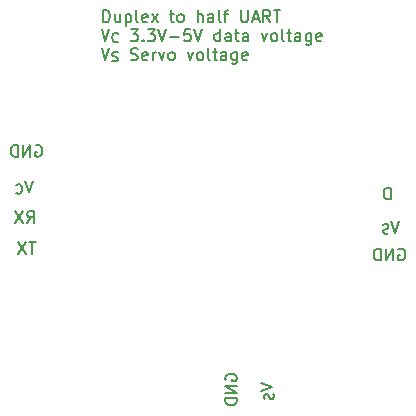
<source format=gbr>
%TF.GenerationSoftware,KiCad,Pcbnew,8.0.1*%
%TF.CreationDate,2024-11-19T12:42:29-08:00*%
%TF.ProjectId,DuplexUARTtoHalf,4475706c-6578-4554-9152-54746f48616c,rev?*%
%TF.SameCoordinates,Original*%
%TF.FileFunction,Legend,Bot*%
%TF.FilePolarity,Positive*%
%FSLAX46Y46*%
G04 Gerber Fmt 4.6, Leading zero omitted, Abs format (unit mm)*
G04 Created by KiCad (PCBNEW 8.0.1) date 2024-11-19 12:42:29*
%MOMM*%
%LPD*%
G01*
G04 APERTURE LIST*
%ADD10C,0.150000*%
G04 APERTURE END LIST*
D10*
X148536779Y-71849931D02*
X148536779Y-70849931D01*
X148536779Y-70849931D02*
X148774874Y-70849931D01*
X148774874Y-70849931D02*
X148917731Y-70897550D01*
X148917731Y-70897550D02*
X149012969Y-70992788D01*
X149012969Y-70992788D02*
X149060588Y-71088026D01*
X149060588Y-71088026D02*
X149108207Y-71278502D01*
X149108207Y-71278502D02*
X149108207Y-71421359D01*
X149108207Y-71421359D02*
X149060588Y-71611835D01*
X149060588Y-71611835D02*
X149012969Y-71707073D01*
X149012969Y-71707073D02*
X148917731Y-71802312D01*
X148917731Y-71802312D02*
X148774874Y-71849931D01*
X148774874Y-71849931D02*
X148536779Y-71849931D01*
X149965350Y-71183264D02*
X149965350Y-71849931D01*
X149536779Y-71183264D02*
X149536779Y-71707073D01*
X149536779Y-71707073D02*
X149584398Y-71802312D01*
X149584398Y-71802312D02*
X149679636Y-71849931D01*
X149679636Y-71849931D02*
X149822493Y-71849931D01*
X149822493Y-71849931D02*
X149917731Y-71802312D01*
X149917731Y-71802312D02*
X149965350Y-71754692D01*
X150441541Y-71183264D02*
X150441541Y-72183264D01*
X150441541Y-71230883D02*
X150536779Y-71183264D01*
X150536779Y-71183264D02*
X150727255Y-71183264D01*
X150727255Y-71183264D02*
X150822493Y-71230883D01*
X150822493Y-71230883D02*
X150870112Y-71278502D01*
X150870112Y-71278502D02*
X150917731Y-71373740D01*
X150917731Y-71373740D02*
X150917731Y-71659454D01*
X150917731Y-71659454D02*
X150870112Y-71754692D01*
X150870112Y-71754692D02*
X150822493Y-71802312D01*
X150822493Y-71802312D02*
X150727255Y-71849931D01*
X150727255Y-71849931D02*
X150536779Y-71849931D01*
X150536779Y-71849931D02*
X150441541Y-71802312D01*
X151489160Y-71849931D02*
X151393922Y-71802312D01*
X151393922Y-71802312D02*
X151346303Y-71707073D01*
X151346303Y-71707073D02*
X151346303Y-70849931D01*
X152251065Y-71802312D02*
X152155827Y-71849931D01*
X152155827Y-71849931D02*
X151965351Y-71849931D01*
X151965351Y-71849931D02*
X151870113Y-71802312D01*
X151870113Y-71802312D02*
X151822494Y-71707073D01*
X151822494Y-71707073D02*
X151822494Y-71326121D01*
X151822494Y-71326121D02*
X151870113Y-71230883D01*
X151870113Y-71230883D02*
X151965351Y-71183264D01*
X151965351Y-71183264D02*
X152155827Y-71183264D01*
X152155827Y-71183264D02*
X152251065Y-71230883D01*
X152251065Y-71230883D02*
X152298684Y-71326121D01*
X152298684Y-71326121D02*
X152298684Y-71421359D01*
X152298684Y-71421359D02*
X151822494Y-71516597D01*
X152632018Y-71849931D02*
X153155827Y-71183264D01*
X152632018Y-71183264D02*
X153155827Y-71849931D01*
X154155828Y-71183264D02*
X154536780Y-71183264D01*
X154298685Y-70849931D02*
X154298685Y-71707073D01*
X154298685Y-71707073D02*
X154346304Y-71802312D01*
X154346304Y-71802312D02*
X154441542Y-71849931D01*
X154441542Y-71849931D02*
X154536780Y-71849931D01*
X155012971Y-71849931D02*
X154917733Y-71802312D01*
X154917733Y-71802312D02*
X154870114Y-71754692D01*
X154870114Y-71754692D02*
X154822495Y-71659454D01*
X154822495Y-71659454D02*
X154822495Y-71373740D01*
X154822495Y-71373740D02*
X154870114Y-71278502D01*
X154870114Y-71278502D02*
X154917733Y-71230883D01*
X154917733Y-71230883D02*
X155012971Y-71183264D01*
X155012971Y-71183264D02*
X155155828Y-71183264D01*
X155155828Y-71183264D02*
X155251066Y-71230883D01*
X155251066Y-71230883D02*
X155298685Y-71278502D01*
X155298685Y-71278502D02*
X155346304Y-71373740D01*
X155346304Y-71373740D02*
X155346304Y-71659454D01*
X155346304Y-71659454D02*
X155298685Y-71754692D01*
X155298685Y-71754692D02*
X155251066Y-71802312D01*
X155251066Y-71802312D02*
X155155828Y-71849931D01*
X155155828Y-71849931D02*
X155012971Y-71849931D01*
X156536781Y-71849931D02*
X156536781Y-70849931D01*
X156965352Y-71849931D02*
X156965352Y-71326121D01*
X156965352Y-71326121D02*
X156917733Y-71230883D01*
X156917733Y-71230883D02*
X156822495Y-71183264D01*
X156822495Y-71183264D02*
X156679638Y-71183264D01*
X156679638Y-71183264D02*
X156584400Y-71230883D01*
X156584400Y-71230883D02*
X156536781Y-71278502D01*
X157870114Y-71849931D02*
X157870114Y-71326121D01*
X157870114Y-71326121D02*
X157822495Y-71230883D01*
X157822495Y-71230883D02*
X157727257Y-71183264D01*
X157727257Y-71183264D02*
X157536781Y-71183264D01*
X157536781Y-71183264D02*
X157441543Y-71230883D01*
X157870114Y-71802312D02*
X157774876Y-71849931D01*
X157774876Y-71849931D02*
X157536781Y-71849931D01*
X157536781Y-71849931D02*
X157441543Y-71802312D01*
X157441543Y-71802312D02*
X157393924Y-71707073D01*
X157393924Y-71707073D02*
X157393924Y-71611835D01*
X157393924Y-71611835D02*
X157441543Y-71516597D01*
X157441543Y-71516597D02*
X157536781Y-71468978D01*
X157536781Y-71468978D02*
X157774876Y-71468978D01*
X157774876Y-71468978D02*
X157870114Y-71421359D01*
X158489162Y-71849931D02*
X158393924Y-71802312D01*
X158393924Y-71802312D02*
X158346305Y-71707073D01*
X158346305Y-71707073D02*
X158346305Y-70849931D01*
X158727258Y-71183264D02*
X159108210Y-71183264D01*
X158870115Y-71849931D02*
X158870115Y-70992788D01*
X158870115Y-70992788D02*
X158917734Y-70897550D01*
X158917734Y-70897550D02*
X159012972Y-70849931D01*
X159012972Y-70849931D02*
X159108210Y-70849931D01*
X160203449Y-70849931D02*
X160203449Y-71659454D01*
X160203449Y-71659454D02*
X160251068Y-71754692D01*
X160251068Y-71754692D02*
X160298687Y-71802312D01*
X160298687Y-71802312D02*
X160393925Y-71849931D01*
X160393925Y-71849931D02*
X160584401Y-71849931D01*
X160584401Y-71849931D02*
X160679639Y-71802312D01*
X160679639Y-71802312D02*
X160727258Y-71754692D01*
X160727258Y-71754692D02*
X160774877Y-71659454D01*
X160774877Y-71659454D02*
X160774877Y-70849931D01*
X161203449Y-71564216D02*
X161679639Y-71564216D01*
X161108211Y-71849931D02*
X161441544Y-70849931D01*
X161441544Y-70849931D02*
X161774877Y-71849931D01*
X162679639Y-71849931D02*
X162346306Y-71373740D01*
X162108211Y-71849931D02*
X162108211Y-70849931D01*
X162108211Y-70849931D02*
X162489163Y-70849931D01*
X162489163Y-70849931D02*
X162584401Y-70897550D01*
X162584401Y-70897550D02*
X162632020Y-70945169D01*
X162632020Y-70945169D02*
X162679639Y-71040407D01*
X162679639Y-71040407D02*
X162679639Y-71183264D01*
X162679639Y-71183264D02*
X162632020Y-71278502D01*
X162632020Y-71278502D02*
X162584401Y-71326121D01*
X162584401Y-71326121D02*
X162489163Y-71373740D01*
X162489163Y-71373740D02*
X162108211Y-71373740D01*
X162965354Y-70849931D02*
X163536782Y-70849931D01*
X163251068Y-71849931D02*
X163251068Y-70849931D01*
X148393922Y-72459875D02*
X148727255Y-73459875D01*
X148727255Y-73459875D02*
X149060588Y-72459875D01*
X149803446Y-73494160D02*
X149765350Y-73532256D01*
X149765350Y-73532256D02*
X149651065Y-73570351D01*
X149651065Y-73570351D02*
X149574874Y-73570351D01*
X149574874Y-73570351D02*
X149460588Y-73532256D01*
X149460588Y-73532256D02*
X149384398Y-73456065D01*
X149384398Y-73456065D02*
X149346303Y-73379875D01*
X149346303Y-73379875D02*
X149308207Y-73227494D01*
X149308207Y-73227494D02*
X149308207Y-73113208D01*
X149308207Y-73113208D02*
X149346303Y-72960827D01*
X149346303Y-72960827D02*
X149384398Y-72884636D01*
X149384398Y-72884636D02*
X149460588Y-72808446D01*
X149460588Y-72808446D02*
X149574874Y-72770351D01*
X149574874Y-72770351D02*
X149651065Y-72770351D01*
X149651065Y-72770351D02*
X149765350Y-72808446D01*
X149765350Y-72808446D02*
X149803446Y-72846541D01*
X150860589Y-72459875D02*
X151479636Y-72459875D01*
X151479636Y-72459875D02*
X151146303Y-72840827D01*
X151146303Y-72840827D02*
X151289160Y-72840827D01*
X151289160Y-72840827D02*
X151384398Y-72888446D01*
X151384398Y-72888446D02*
X151432017Y-72936065D01*
X151432017Y-72936065D02*
X151479636Y-73031303D01*
X151479636Y-73031303D02*
X151479636Y-73269398D01*
X151479636Y-73269398D02*
X151432017Y-73364636D01*
X151432017Y-73364636D02*
X151384398Y-73412256D01*
X151384398Y-73412256D02*
X151289160Y-73459875D01*
X151289160Y-73459875D02*
X151003446Y-73459875D01*
X151003446Y-73459875D02*
X150908208Y-73412256D01*
X150908208Y-73412256D02*
X150860589Y-73364636D01*
X151908208Y-73364636D02*
X151955827Y-73412256D01*
X151955827Y-73412256D02*
X151908208Y-73459875D01*
X151908208Y-73459875D02*
X151860589Y-73412256D01*
X151860589Y-73412256D02*
X151908208Y-73364636D01*
X151908208Y-73364636D02*
X151908208Y-73459875D01*
X152289160Y-72459875D02*
X152908207Y-72459875D01*
X152908207Y-72459875D02*
X152574874Y-72840827D01*
X152574874Y-72840827D02*
X152717731Y-72840827D01*
X152717731Y-72840827D02*
X152812969Y-72888446D01*
X152812969Y-72888446D02*
X152860588Y-72936065D01*
X152860588Y-72936065D02*
X152908207Y-73031303D01*
X152908207Y-73031303D02*
X152908207Y-73269398D01*
X152908207Y-73269398D02*
X152860588Y-73364636D01*
X152860588Y-73364636D02*
X152812969Y-73412256D01*
X152812969Y-73412256D02*
X152717731Y-73459875D01*
X152717731Y-73459875D02*
X152432017Y-73459875D01*
X152432017Y-73459875D02*
X152336779Y-73412256D01*
X152336779Y-73412256D02*
X152289160Y-73364636D01*
X153193922Y-72459875D02*
X153527255Y-73459875D01*
X153527255Y-73459875D02*
X153860588Y-72459875D01*
X154193922Y-73078922D02*
X154955827Y-73078922D01*
X155908207Y-72459875D02*
X155432017Y-72459875D01*
X155432017Y-72459875D02*
X155384398Y-72936065D01*
X155384398Y-72936065D02*
X155432017Y-72888446D01*
X155432017Y-72888446D02*
X155527255Y-72840827D01*
X155527255Y-72840827D02*
X155765350Y-72840827D01*
X155765350Y-72840827D02*
X155860588Y-72888446D01*
X155860588Y-72888446D02*
X155908207Y-72936065D01*
X155908207Y-72936065D02*
X155955826Y-73031303D01*
X155955826Y-73031303D02*
X155955826Y-73269398D01*
X155955826Y-73269398D02*
X155908207Y-73364636D01*
X155908207Y-73364636D02*
X155860588Y-73412256D01*
X155860588Y-73412256D02*
X155765350Y-73459875D01*
X155765350Y-73459875D02*
X155527255Y-73459875D01*
X155527255Y-73459875D02*
X155432017Y-73412256D01*
X155432017Y-73412256D02*
X155384398Y-73364636D01*
X156241541Y-72459875D02*
X156574874Y-73459875D01*
X156574874Y-73459875D02*
X156908207Y-72459875D01*
X158432017Y-73459875D02*
X158432017Y-72459875D01*
X158432017Y-73412256D02*
X158336779Y-73459875D01*
X158336779Y-73459875D02*
X158146303Y-73459875D01*
X158146303Y-73459875D02*
X158051065Y-73412256D01*
X158051065Y-73412256D02*
X158003446Y-73364636D01*
X158003446Y-73364636D02*
X157955827Y-73269398D01*
X157955827Y-73269398D02*
X157955827Y-72983684D01*
X157955827Y-72983684D02*
X158003446Y-72888446D01*
X158003446Y-72888446D02*
X158051065Y-72840827D01*
X158051065Y-72840827D02*
X158146303Y-72793208D01*
X158146303Y-72793208D02*
X158336779Y-72793208D01*
X158336779Y-72793208D02*
X158432017Y-72840827D01*
X159336779Y-73459875D02*
X159336779Y-72936065D01*
X159336779Y-72936065D02*
X159289160Y-72840827D01*
X159289160Y-72840827D02*
X159193922Y-72793208D01*
X159193922Y-72793208D02*
X159003446Y-72793208D01*
X159003446Y-72793208D02*
X158908208Y-72840827D01*
X159336779Y-73412256D02*
X159241541Y-73459875D01*
X159241541Y-73459875D02*
X159003446Y-73459875D01*
X159003446Y-73459875D02*
X158908208Y-73412256D01*
X158908208Y-73412256D02*
X158860589Y-73317017D01*
X158860589Y-73317017D02*
X158860589Y-73221779D01*
X158860589Y-73221779D02*
X158908208Y-73126541D01*
X158908208Y-73126541D02*
X159003446Y-73078922D01*
X159003446Y-73078922D02*
X159241541Y-73078922D01*
X159241541Y-73078922D02*
X159336779Y-73031303D01*
X159670113Y-72793208D02*
X160051065Y-72793208D01*
X159812970Y-72459875D02*
X159812970Y-73317017D01*
X159812970Y-73317017D02*
X159860589Y-73412256D01*
X159860589Y-73412256D02*
X159955827Y-73459875D01*
X159955827Y-73459875D02*
X160051065Y-73459875D01*
X160812970Y-73459875D02*
X160812970Y-72936065D01*
X160812970Y-72936065D02*
X160765351Y-72840827D01*
X160765351Y-72840827D02*
X160670113Y-72793208D01*
X160670113Y-72793208D02*
X160479637Y-72793208D01*
X160479637Y-72793208D02*
X160384399Y-72840827D01*
X160812970Y-73412256D02*
X160717732Y-73459875D01*
X160717732Y-73459875D02*
X160479637Y-73459875D01*
X160479637Y-73459875D02*
X160384399Y-73412256D01*
X160384399Y-73412256D02*
X160336780Y-73317017D01*
X160336780Y-73317017D02*
X160336780Y-73221779D01*
X160336780Y-73221779D02*
X160384399Y-73126541D01*
X160384399Y-73126541D02*
X160479637Y-73078922D01*
X160479637Y-73078922D02*
X160717732Y-73078922D01*
X160717732Y-73078922D02*
X160812970Y-73031303D01*
X161955828Y-72793208D02*
X162193923Y-73459875D01*
X162193923Y-73459875D02*
X162432018Y-72793208D01*
X162955828Y-73459875D02*
X162860590Y-73412256D01*
X162860590Y-73412256D02*
X162812971Y-73364636D01*
X162812971Y-73364636D02*
X162765352Y-73269398D01*
X162765352Y-73269398D02*
X162765352Y-72983684D01*
X162765352Y-72983684D02*
X162812971Y-72888446D01*
X162812971Y-72888446D02*
X162860590Y-72840827D01*
X162860590Y-72840827D02*
X162955828Y-72793208D01*
X162955828Y-72793208D02*
X163098685Y-72793208D01*
X163098685Y-72793208D02*
X163193923Y-72840827D01*
X163193923Y-72840827D02*
X163241542Y-72888446D01*
X163241542Y-72888446D02*
X163289161Y-72983684D01*
X163289161Y-72983684D02*
X163289161Y-73269398D01*
X163289161Y-73269398D02*
X163241542Y-73364636D01*
X163241542Y-73364636D02*
X163193923Y-73412256D01*
X163193923Y-73412256D02*
X163098685Y-73459875D01*
X163098685Y-73459875D02*
X162955828Y-73459875D01*
X163860590Y-73459875D02*
X163765352Y-73412256D01*
X163765352Y-73412256D02*
X163717733Y-73317017D01*
X163717733Y-73317017D02*
X163717733Y-72459875D01*
X164098686Y-72793208D02*
X164479638Y-72793208D01*
X164241543Y-72459875D02*
X164241543Y-73317017D01*
X164241543Y-73317017D02*
X164289162Y-73412256D01*
X164289162Y-73412256D02*
X164384400Y-73459875D01*
X164384400Y-73459875D02*
X164479638Y-73459875D01*
X165241543Y-73459875D02*
X165241543Y-72936065D01*
X165241543Y-72936065D02*
X165193924Y-72840827D01*
X165193924Y-72840827D02*
X165098686Y-72793208D01*
X165098686Y-72793208D02*
X164908210Y-72793208D01*
X164908210Y-72793208D02*
X164812972Y-72840827D01*
X165241543Y-73412256D02*
X165146305Y-73459875D01*
X165146305Y-73459875D02*
X164908210Y-73459875D01*
X164908210Y-73459875D02*
X164812972Y-73412256D01*
X164812972Y-73412256D02*
X164765353Y-73317017D01*
X164765353Y-73317017D02*
X164765353Y-73221779D01*
X164765353Y-73221779D02*
X164812972Y-73126541D01*
X164812972Y-73126541D02*
X164908210Y-73078922D01*
X164908210Y-73078922D02*
X165146305Y-73078922D01*
X165146305Y-73078922D02*
X165241543Y-73031303D01*
X166146305Y-72793208D02*
X166146305Y-73602732D01*
X166146305Y-73602732D02*
X166098686Y-73697970D01*
X166098686Y-73697970D02*
X166051067Y-73745589D01*
X166051067Y-73745589D02*
X165955829Y-73793208D01*
X165955829Y-73793208D02*
X165812972Y-73793208D01*
X165812972Y-73793208D02*
X165717734Y-73745589D01*
X166146305Y-73412256D02*
X166051067Y-73459875D01*
X166051067Y-73459875D02*
X165860591Y-73459875D01*
X165860591Y-73459875D02*
X165765353Y-73412256D01*
X165765353Y-73412256D02*
X165717734Y-73364636D01*
X165717734Y-73364636D02*
X165670115Y-73269398D01*
X165670115Y-73269398D02*
X165670115Y-72983684D01*
X165670115Y-72983684D02*
X165717734Y-72888446D01*
X165717734Y-72888446D02*
X165765353Y-72840827D01*
X165765353Y-72840827D02*
X165860591Y-72793208D01*
X165860591Y-72793208D02*
X166051067Y-72793208D01*
X166051067Y-72793208D02*
X166146305Y-72840827D01*
X167003448Y-73412256D02*
X166908210Y-73459875D01*
X166908210Y-73459875D02*
X166717734Y-73459875D01*
X166717734Y-73459875D02*
X166622496Y-73412256D01*
X166622496Y-73412256D02*
X166574877Y-73317017D01*
X166574877Y-73317017D02*
X166574877Y-72936065D01*
X166574877Y-72936065D02*
X166622496Y-72840827D01*
X166622496Y-72840827D02*
X166717734Y-72793208D01*
X166717734Y-72793208D02*
X166908210Y-72793208D01*
X166908210Y-72793208D02*
X167003448Y-72840827D01*
X167003448Y-72840827D02*
X167051067Y-72936065D01*
X167051067Y-72936065D02*
X167051067Y-73031303D01*
X167051067Y-73031303D02*
X166574877Y-73126541D01*
X148393922Y-74069819D02*
X148727255Y-75069819D01*
X148727255Y-75069819D02*
X149060588Y-74069819D01*
X149308207Y-75142200D02*
X149422493Y-75180295D01*
X149422493Y-75180295D02*
X149612969Y-75180295D01*
X149612969Y-75180295D02*
X149689160Y-75142200D01*
X149689160Y-75142200D02*
X149727255Y-75104104D01*
X149727255Y-75104104D02*
X149765350Y-75027914D01*
X149765350Y-75027914D02*
X149765350Y-74951723D01*
X149765350Y-74951723D02*
X149727255Y-74875533D01*
X149727255Y-74875533D02*
X149689160Y-74837438D01*
X149689160Y-74837438D02*
X149612969Y-74799342D01*
X149612969Y-74799342D02*
X149460588Y-74761247D01*
X149460588Y-74761247D02*
X149384398Y-74723152D01*
X149384398Y-74723152D02*
X149346303Y-74685057D01*
X149346303Y-74685057D02*
X149308207Y-74608866D01*
X149308207Y-74608866D02*
X149308207Y-74532676D01*
X149308207Y-74532676D02*
X149346303Y-74456485D01*
X149346303Y-74456485D02*
X149384398Y-74418390D01*
X149384398Y-74418390D02*
X149460588Y-74380295D01*
X149460588Y-74380295D02*
X149651065Y-74380295D01*
X149651065Y-74380295D02*
X149765350Y-74418390D01*
X150870113Y-75022200D02*
X151012970Y-75069819D01*
X151012970Y-75069819D02*
X151251065Y-75069819D01*
X151251065Y-75069819D02*
X151346303Y-75022200D01*
X151346303Y-75022200D02*
X151393922Y-74974580D01*
X151393922Y-74974580D02*
X151441541Y-74879342D01*
X151441541Y-74879342D02*
X151441541Y-74784104D01*
X151441541Y-74784104D02*
X151393922Y-74688866D01*
X151393922Y-74688866D02*
X151346303Y-74641247D01*
X151346303Y-74641247D02*
X151251065Y-74593628D01*
X151251065Y-74593628D02*
X151060589Y-74546009D01*
X151060589Y-74546009D02*
X150965351Y-74498390D01*
X150965351Y-74498390D02*
X150917732Y-74450771D01*
X150917732Y-74450771D02*
X150870113Y-74355533D01*
X150870113Y-74355533D02*
X150870113Y-74260295D01*
X150870113Y-74260295D02*
X150917732Y-74165057D01*
X150917732Y-74165057D02*
X150965351Y-74117438D01*
X150965351Y-74117438D02*
X151060589Y-74069819D01*
X151060589Y-74069819D02*
X151298684Y-74069819D01*
X151298684Y-74069819D02*
X151441541Y-74117438D01*
X152251065Y-75022200D02*
X152155827Y-75069819D01*
X152155827Y-75069819D02*
X151965351Y-75069819D01*
X151965351Y-75069819D02*
X151870113Y-75022200D01*
X151870113Y-75022200D02*
X151822494Y-74926961D01*
X151822494Y-74926961D02*
X151822494Y-74546009D01*
X151822494Y-74546009D02*
X151870113Y-74450771D01*
X151870113Y-74450771D02*
X151965351Y-74403152D01*
X151965351Y-74403152D02*
X152155827Y-74403152D01*
X152155827Y-74403152D02*
X152251065Y-74450771D01*
X152251065Y-74450771D02*
X152298684Y-74546009D01*
X152298684Y-74546009D02*
X152298684Y-74641247D01*
X152298684Y-74641247D02*
X151822494Y-74736485D01*
X152727256Y-75069819D02*
X152727256Y-74403152D01*
X152727256Y-74593628D02*
X152774875Y-74498390D01*
X152774875Y-74498390D02*
X152822494Y-74450771D01*
X152822494Y-74450771D02*
X152917732Y-74403152D01*
X152917732Y-74403152D02*
X153012970Y-74403152D01*
X153251066Y-74403152D02*
X153489161Y-75069819D01*
X153489161Y-75069819D02*
X153727256Y-74403152D01*
X154251066Y-75069819D02*
X154155828Y-75022200D01*
X154155828Y-75022200D02*
X154108209Y-74974580D01*
X154108209Y-74974580D02*
X154060590Y-74879342D01*
X154060590Y-74879342D02*
X154060590Y-74593628D01*
X154060590Y-74593628D02*
X154108209Y-74498390D01*
X154108209Y-74498390D02*
X154155828Y-74450771D01*
X154155828Y-74450771D02*
X154251066Y-74403152D01*
X154251066Y-74403152D02*
X154393923Y-74403152D01*
X154393923Y-74403152D02*
X154489161Y-74450771D01*
X154489161Y-74450771D02*
X154536780Y-74498390D01*
X154536780Y-74498390D02*
X154584399Y-74593628D01*
X154584399Y-74593628D02*
X154584399Y-74879342D01*
X154584399Y-74879342D02*
X154536780Y-74974580D01*
X154536780Y-74974580D02*
X154489161Y-75022200D01*
X154489161Y-75022200D02*
X154393923Y-75069819D01*
X154393923Y-75069819D02*
X154251066Y-75069819D01*
X155679638Y-74403152D02*
X155917733Y-75069819D01*
X155917733Y-75069819D02*
X156155828Y-74403152D01*
X156679638Y-75069819D02*
X156584400Y-75022200D01*
X156584400Y-75022200D02*
X156536781Y-74974580D01*
X156536781Y-74974580D02*
X156489162Y-74879342D01*
X156489162Y-74879342D02*
X156489162Y-74593628D01*
X156489162Y-74593628D02*
X156536781Y-74498390D01*
X156536781Y-74498390D02*
X156584400Y-74450771D01*
X156584400Y-74450771D02*
X156679638Y-74403152D01*
X156679638Y-74403152D02*
X156822495Y-74403152D01*
X156822495Y-74403152D02*
X156917733Y-74450771D01*
X156917733Y-74450771D02*
X156965352Y-74498390D01*
X156965352Y-74498390D02*
X157012971Y-74593628D01*
X157012971Y-74593628D02*
X157012971Y-74879342D01*
X157012971Y-74879342D02*
X156965352Y-74974580D01*
X156965352Y-74974580D02*
X156917733Y-75022200D01*
X156917733Y-75022200D02*
X156822495Y-75069819D01*
X156822495Y-75069819D02*
X156679638Y-75069819D01*
X157584400Y-75069819D02*
X157489162Y-75022200D01*
X157489162Y-75022200D02*
X157441543Y-74926961D01*
X157441543Y-74926961D02*
X157441543Y-74069819D01*
X157822496Y-74403152D02*
X158203448Y-74403152D01*
X157965353Y-74069819D02*
X157965353Y-74926961D01*
X157965353Y-74926961D02*
X158012972Y-75022200D01*
X158012972Y-75022200D02*
X158108210Y-75069819D01*
X158108210Y-75069819D02*
X158203448Y-75069819D01*
X158965353Y-75069819D02*
X158965353Y-74546009D01*
X158965353Y-74546009D02*
X158917734Y-74450771D01*
X158917734Y-74450771D02*
X158822496Y-74403152D01*
X158822496Y-74403152D02*
X158632020Y-74403152D01*
X158632020Y-74403152D02*
X158536782Y-74450771D01*
X158965353Y-75022200D02*
X158870115Y-75069819D01*
X158870115Y-75069819D02*
X158632020Y-75069819D01*
X158632020Y-75069819D02*
X158536782Y-75022200D01*
X158536782Y-75022200D02*
X158489163Y-74926961D01*
X158489163Y-74926961D02*
X158489163Y-74831723D01*
X158489163Y-74831723D02*
X158536782Y-74736485D01*
X158536782Y-74736485D02*
X158632020Y-74688866D01*
X158632020Y-74688866D02*
X158870115Y-74688866D01*
X158870115Y-74688866D02*
X158965353Y-74641247D01*
X159870115Y-74403152D02*
X159870115Y-75212676D01*
X159870115Y-75212676D02*
X159822496Y-75307914D01*
X159822496Y-75307914D02*
X159774877Y-75355533D01*
X159774877Y-75355533D02*
X159679639Y-75403152D01*
X159679639Y-75403152D02*
X159536782Y-75403152D01*
X159536782Y-75403152D02*
X159441544Y-75355533D01*
X159870115Y-75022200D02*
X159774877Y-75069819D01*
X159774877Y-75069819D02*
X159584401Y-75069819D01*
X159584401Y-75069819D02*
X159489163Y-75022200D01*
X159489163Y-75022200D02*
X159441544Y-74974580D01*
X159441544Y-74974580D02*
X159393925Y-74879342D01*
X159393925Y-74879342D02*
X159393925Y-74593628D01*
X159393925Y-74593628D02*
X159441544Y-74498390D01*
X159441544Y-74498390D02*
X159489163Y-74450771D01*
X159489163Y-74450771D02*
X159584401Y-74403152D01*
X159584401Y-74403152D02*
X159774877Y-74403152D01*
X159774877Y-74403152D02*
X159870115Y-74450771D01*
X160727258Y-75022200D02*
X160632020Y-75069819D01*
X160632020Y-75069819D02*
X160441544Y-75069819D01*
X160441544Y-75069819D02*
X160346306Y-75022200D01*
X160346306Y-75022200D02*
X160298687Y-74926961D01*
X160298687Y-74926961D02*
X160298687Y-74546009D01*
X160298687Y-74546009D02*
X160346306Y-74450771D01*
X160346306Y-74450771D02*
X160441544Y-74403152D01*
X160441544Y-74403152D02*
X160632020Y-74403152D01*
X160632020Y-74403152D02*
X160727258Y-74450771D01*
X160727258Y-74450771D02*
X160774877Y-74546009D01*
X160774877Y-74546009D02*
X160774877Y-74641247D01*
X160774877Y-74641247D02*
X160298687Y-74736485D01*
X142809411Y-82297438D02*
X142904649Y-82249819D01*
X142904649Y-82249819D02*
X143047506Y-82249819D01*
X143047506Y-82249819D02*
X143190363Y-82297438D01*
X143190363Y-82297438D02*
X143285601Y-82392676D01*
X143285601Y-82392676D02*
X143333220Y-82487914D01*
X143333220Y-82487914D02*
X143380839Y-82678390D01*
X143380839Y-82678390D02*
X143380839Y-82821247D01*
X143380839Y-82821247D02*
X143333220Y-83011723D01*
X143333220Y-83011723D02*
X143285601Y-83106961D01*
X143285601Y-83106961D02*
X143190363Y-83202200D01*
X143190363Y-83202200D02*
X143047506Y-83249819D01*
X143047506Y-83249819D02*
X142952268Y-83249819D01*
X142952268Y-83249819D02*
X142809411Y-83202200D01*
X142809411Y-83202200D02*
X142761792Y-83154580D01*
X142761792Y-83154580D02*
X142761792Y-82821247D01*
X142761792Y-82821247D02*
X142952268Y-82821247D01*
X142333220Y-83249819D02*
X142333220Y-82249819D01*
X142333220Y-82249819D02*
X141761792Y-83249819D01*
X141761792Y-83249819D02*
X141761792Y-82249819D01*
X141285601Y-83249819D02*
X141285601Y-82249819D01*
X141285601Y-82249819D02*
X141047506Y-82249819D01*
X141047506Y-82249819D02*
X140904649Y-82297438D01*
X140904649Y-82297438D02*
X140809411Y-82392676D01*
X140809411Y-82392676D02*
X140761792Y-82487914D01*
X140761792Y-82487914D02*
X140714173Y-82678390D01*
X140714173Y-82678390D02*
X140714173Y-82821247D01*
X140714173Y-82821247D02*
X140761792Y-83011723D01*
X140761792Y-83011723D02*
X140809411Y-83106961D01*
X140809411Y-83106961D02*
X140904649Y-83202200D01*
X140904649Y-83202200D02*
X141047506Y-83249819D01*
X141047506Y-83249819D02*
X141285601Y-83249819D01*
X142606077Y-85269819D02*
X142272744Y-86269819D01*
X142272744Y-86269819D02*
X141939411Y-85269819D01*
X141196553Y-86304104D02*
X141234649Y-86342200D01*
X141234649Y-86342200D02*
X141348934Y-86380295D01*
X141348934Y-86380295D02*
X141425125Y-86380295D01*
X141425125Y-86380295D02*
X141539411Y-86342200D01*
X141539411Y-86342200D02*
X141615601Y-86266009D01*
X141615601Y-86266009D02*
X141653696Y-86189819D01*
X141653696Y-86189819D02*
X141691792Y-86037438D01*
X141691792Y-86037438D02*
X141691792Y-85923152D01*
X141691792Y-85923152D02*
X141653696Y-85770771D01*
X141653696Y-85770771D02*
X141615601Y-85694580D01*
X141615601Y-85694580D02*
X141539411Y-85618390D01*
X141539411Y-85618390D02*
X141425125Y-85580295D01*
X141425125Y-85580295D02*
X141348934Y-85580295D01*
X141348934Y-85580295D02*
X141234649Y-85618390D01*
X141234649Y-85618390D02*
X141196553Y-85656485D01*
X142091792Y-88869819D02*
X142425125Y-88393628D01*
X142663220Y-88869819D02*
X142663220Y-87869819D01*
X142663220Y-87869819D02*
X142282268Y-87869819D01*
X142282268Y-87869819D02*
X142187030Y-87917438D01*
X142187030Y-87917438D02*
X142139411Y-87965057D01*
X142139411Y-87965057D02*
X142091792Y-88060295D01*
X142091792Y-88060295D02*
X142091792Y-88203152D01*
X142091792Y-88203152D02*
X142139411Y-88298390D01*
X142139411Y-88298390D02*
X142187030Y-88346009D01*
X142187030Y-88346009D02*
X142282268Y-88393628D01*
X142282268Y-88393628D02*
X142663220Y-88393628D01*
X141758458Y-87869819D02*
X141091792Y-88869819D01*
X141091792Y-87869819D02*
X141758458Y-88869819D01*
X142806077Y-90469819D02*
X142234649Y-90469819D01*
X142520363Y-91469819D02*
X142520363Y-90469819D01*
X141996553Y-90469819D02*
X141329887Y-91469819D01*
X141329887Y-90469819D02*
X141996553Y-91469819D01*
X158917438Y-102190588D02*
X158869819Y-102095350D01*
X158869819Y-102095350D02*
X158869819Y-101952493D01*
X158869819Y-101952493D02*
X158917438Y-101809636D01*
X158917438Y-101809636D02*
X159012676Y-101714398D01*
X159012676Y-101714398D02*
X159107914Y-101666779D01*
X159107914Y-101666779D02*
X159298390Y-101619160D01*
X159298390Y-101619160D02*
X159441247Y-101619160D01*
X159441247Y-101619160D02*
X159631723Y-101666779D01*
X159631723Y-101666779D02*
X159726961Y-101714398D01*
X159726961Y-101714398D02*
X159822200Y-101809636D01*
X159822200Y-101809636D02*
X159869819Y-101952493D01*
X159869819Y-101952493D02*
X159869819Y-102047731D01*
X159869819Y-102047731D02*
X159822200Y-102190588D01*
X159822200Y-102190588D02*
X159774580Y-102238207D01*
X159774580Y-102238207D02*
X159441247Y-102238207D01*
X159441247Y-102238207D02*
X159441247Y-102047731D01*
X159869819Y-102666779D02*
X158869819Y-102666779D01*
X158869819Y-102666779D02*
X159869819Y-103238207D01*
X159869819Y-103238207D02*
X158869819Y-103238207D01*
X159869819Y-103714398D02*
X158869819Y-103714398D01*
X158869819Y-103714398D02*
X158869819Y-103952493D01*
X158869819Y-103952493D02*
X158917438Y-104095350D01*
X158917438Y-104095350D02*
X159012676Y-104190588D01*
X159012676Y-104190588D02*
X159107914Y-104238207D01*
X159107914Y-104238207D02*
X159298390Y-104285826D01*
X159298390Y-104285826D02*
X159441247Y-104285826D01*
X159441247Y-104285826D02*
X159631723Y-104238207D01*
X159631723Y-104238207D02*
X159726961Y-104190588D01*
X159726961Y-104190588D02*
X159822200Y-104095350D01*
X159822200Y-104095350D02*
X159869819Y-103952493D01*
X159869819Y-103952493D02*
X159869819Y-103714398D01*
X161869819Y-102393922D02*
X162869819Y-102727255D01*
X162869819Y-102727255D02*
X161869819Y-103060588D01*
X162942200Y-103308207D02*
X162980295Y-103422493D01*
X162980295Y-103422493D02*
X162980295Y-103612969D01*
X162980295Y-103612969D02*
X162942200Y-103689160D01*
X162942200Y-103689160D02*
X162904104Y-103727255D01*
X162904104Y-103727255D02*
X162827914Y-103765350D01*
X162827914Y-103765350D02*
X162751723Y-103765350D01*
X162751723Y-103765350D02*
X162675533Y-103727255D01*
X162675533Y-103727255D02*
X162637438Y-103689160D01*
X162637438Y-103689160D02*
X162599342Y-103612969D01*
X162599342Y-103612969D02*
X162561247Y-103460588D01*
X162561247Y-103460588D02*
X162523152Y-103384398D01*
X162523152Y-103384398D02*
X162485057Y-103346303D01*
X162485057Y-103346303D02*
X162408866Y-103308207D01*
X162408866Y-103308207D02*
X162332676Y-103308207D01*
X162332676Y-103308207D02*
X162256485Y-103346303D01*
X162256485Y-103346303D02*
X162218390Y-103384398D01*
X162218390Y-103384398D02*
X162180295Y-103460588D01*
X162180295Y-103460588D02*
X162180295Y-103651065D01*
X162180295Y-103651065D02*
X162218390Y-103765350D01*
X173539411Y-91082438D02*
X173634649Y-91034819D01*
X173634649Y-91034819D02*
X173777506Y-91034819D01*
X173777506Y-91034819D02*
X173920363Y-91082438D01*
X173920363Y-91082438D02*
X174015601Y-91177676D01*
X174015601Y-91177676D02*
X174063220Y-91272914D01*
X174063220Y-91272914D02*
X174110839Y-91463390D01*
X174110839Y-91463390D02*
X174110839Y-91606247D01*
X174110839Y-91606247D02*
X174063220Y-91796723D01*
X174063220Y-91796723D02*
X174015601Y-91891961D01*
X174015601Y-91891961D02*
X173920363Y-91987200D01*
X173920363Y-91987200D02*
X173777506Y-92034819D01*
X173777506Y-92034819D02*
X173682268Y-92034819D01*
X173682268Y-92034819D02*
X173539411Y-91987200D01*
X173539411Y-91987200D02*
X173491792Y-91939580D01*
X173491792Y-91939580D02*
X173491792Y-91606247D01*
X173491792Y-91606247D02*
X173682268Y-91606247D01*
X173063220Y-92034819D02*
X173063220Y-91034819D01*
X173063220Y-91034819D02*
X172491792Y-92034819D01*
X172491792Y-92034819D02*
X172491792Y-91034819D01*
X172015601Y-92034819D02*
X172015601Y-91034819D01*
X172015601Y-91034819D02*
X171777506Y-91034819D01*
X171777506Y-91034819D02*
X171634649Y-91082438D01*
X171634649Y-91082438D02*
X171539411Y-91177676D01*
X171539411Y-91177676D02*
X171491792Y-91272914D01*
X171491792Y-91272914D02*
X171444173Y-91463390D01*
X171444173Y-91463390D02*
X171444173Y-91606247D01*
X171444173Y-91606247D02*
X171491792Y-91796723D01*
X171491792Y-91796723D02*
X171539411Y-91891961D01*
X171539411Y-91891961D02*
X171634649Y-91987200D01*
X171634649Y-91987200D02*
X171777506Y-92034819D01*
X171777506Y-92034819D02*
X172015601Y-92034819D01*
X173606077Y-88669819D02*
X173272744Y-89669819D01*
X173272744Y-89669819D02*
X172939411Y-88669819D01*
X172691792Y-89742200D02*
X172577506Y-89780295D01*
X172577506Y-89780295D02*
X172387030Y-89780295D01*
X172387030Y-89780295D02*
X172310839Y-89742200D01*
X172310839Y-89742200D02*
X172272744Y-89704104D01*
X172272744Y-89704104D02*
X172234649Y-89627914D01*
X172234649Y-89627914D02*
X172234649Y-89551723D01*
X172234649Y-89551723D02*
X172272744Y-89475533D01*
X172272744Y-89475533D02*
X172310839Y-89437438D01*
X172310839Y-89437438D02*
X172387030Y-89399342D01*
X172387030Y-89399342D02*
X172539411Y-89361247D01*
X172539411Y-89361247D02*
X172615601Y-89323152D01*
X172615601Y-89323152D02*
X172653696Y-89285057D01*
X172653696Y-89285057D02*
X172691792Y-89208866D01*
X172691792Y-89208866D02*
X172691792Y-89132676D01*
X172691792Y-89132676D02*
X172653696Y-89056485D01*
X172653696Y-89056485D02*
X172615601Y-89018390D01*
X172615601Y-89018390D02*
X172539411Y-88980295D01*
X172539411Y-88980295D02*
X172348934Y-88980295D01*
X172348934Y-88980295D02*
X172234649Y-89018390D01*
X172863220Y-86869819D02*
X172863220Y-85869819D01*
X172863220Y-85869819D02*
X172625125Y-85869819D01*
X172625125Y-85869819D02*
X172482268Y-85917438D01*
X172482268Y-85917438D02*
X172387030Y-86012676D01*
X172387030Y-86012676D02*
X172339411Y-86107914D01*
X172339411Y-86107914D02*
X172291792Y-86298390D01*
X172291792Y-86298390D02*
X172291792Y-86441247D01*
X172291792Y-86441247D02*
X172339411Y-86631723D01*
X172339411Y-86631723D02*
X172387030Y-86726961D01*
X172387030Y-86726961D02*
X172482268Y-86822200D01*
X172482268Y-86822200D02*
X172625125Y-86869819D01*
X172625125Y-86869819D02*
X172863220Y-86869819D01*
M02*

</source>
